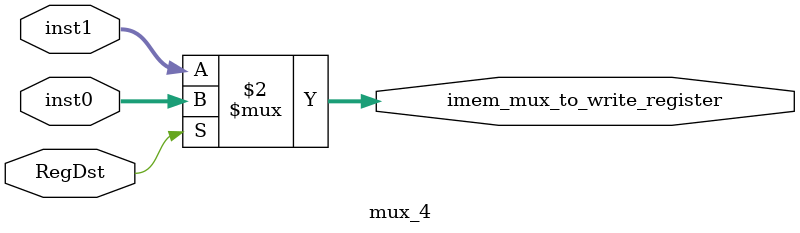
<source format=v>
module mux_32 (in1, in2, sel, out);
    // Declaração de entradas e saídas
	input wire [31:0] in1, in2;
	input wire sel;
	output wire [31:0] out;

    //Determinação do multiplexador
	assign out = sel ? in1 : in2;
endmodule

module mux_src(ALUsrc, ReadData2, SignExtended32, ALUin2);
	// Declaração das entradas e saídas
	input ALUsrc;
	input [31:0] ReadData2, SignExtended32;
	
	output reg [31:0] ALUin2;
	
	// Bloco que será executado a partir de todas as entradas
	always @(ALUsrc, ReadData2, SignExtended32) begin
		/*Casos possíveis para a flag de controle ALUsrc, onde 
		ela determina o valor que será passado para a saída*/
		case (ALUsrc)
			0: ALUin2 <= ReadData2;
			1: ALUin2 <= SignExtended32;
		endcase
	end
endmodule

module mux_4(inst0, inst1, RegDst, imem_mux_to_write_register);
	// Declaração das entradas e saída
	input [4:0] inst0, inst1;
	input RegDst; // <= vem da Control
	output reg [4:0] imem_mux_to_write_register;

	// Determinação do multiplexador
	always @ (inst0 or inst1 or RegDst) begin
		imem_mux_to_write_register = (RegDst) ? inst0 : inst1;	
	end

endmodule
</source>
